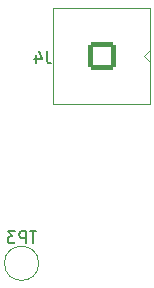
<source format=gbr>
%TF.GenerationSoftware,KiCad,Pcbnew,(6.0.7)*%
%TF.CreationDate,2023-04-27T13:47:55+08:00*%
%TF.ProjectId,Engineering 2023 UAV flight controller,456e6769-6e65-4657-9269-6e6720323032,1*%
%TF.SameCoordinates,Original*%
%TF.FileFunction,Legend,Bot*%
%TF.FilePolarity,Positive*%
%FSLAX46Y46*%
G04 Gerber Fmt 4.6, Leading zero omitted, Abs format (unit mm)*
G04 Created by KiCad (PCBNEW (6.0.7)) date 2023-04-27 13:47:55*
%MOMM*%
%LPD*%
G01*
G04 APERTURE LIST*
G04 Aperture macros list*
%AMRoundRect*
0 Rectangle with rounded corners*
0 $1 Rounding radius*
0 $2 $3 $4 $5 $6 $7 $8 $9 X,Y pos of 4 corners*
0 Add a 4 corners polygon primitive as box body*
4,1,4,$2,$3,$4,$5,$6,$7,$8,$9,$2,$3,0*
0 Add four circle primitives for the rounded corners*
1,1,$1+$1,$2,$3*
1,1,$1+$1,$4,$5*
1,1,$1+$1,$6,$7*
1,1,$1+$1,$8,$9*
0 Add four rect primitives between the rounded corners*
20,1,$1+$1,$2,$3,$4,$5,0*
20,1,$1+$1,$4,$5,$6,$7,0*
20,1,$1+$1,$6,$7,$8,$9,0*
20,1,$1+$1,$8,$9,$2,$3,0*%
G04 Aperture macros list end*
%ADD10C,0.150000*%
%ADD11C,0.120000*%
%ADD12R,1.700000X1.700000*%
%ADD13O,1.700000X1.700000*%
%ADD14R,1.100000X4.600000*%
%ADD15C,0.800000*%
%ADD16C,6.400000*%
%ADD17C,0.600000*%
%ADD18O,0.600000X0.850000*%
%ADD19O,2.300000X1.300000*%
%ADD20O,2.600000X1.300000*%
%ADD21C,0.900000*%
%ADD22RoundRect,0.200100X0.949900X0.949900X-0.949900X0.949900X-0.949900X-0.949900X0.949900X-0.949900X0*%
%ADD23C,2.500000*%
G04 APERTURE END LIST*
D10*
%TO.C,J4*%
X158533333Y-45852380D02*
X158533333Y-46566666D01*
X158580952Y-46709523D01*
X158676190Y-46804761D01*
X158819047Y-46852380D01*
X158914285Y-46852380D01*
X157628571Y-46185714D02*
X157628571Y-46852380D01*
X157866666Y-45804761D02*
X158104761Y-46519047D01*
X157485714Y-46519047D01*
%TO.C,TP3*%
X157661904Y-61104380D02*
X157090476Y-61104380D01*
X157376190Y-62104380D02*
X157376190Y-61104380D01*
X156757142Y-62104380D02*
X156757142Y-61104380D01*
X156376190Y-61104380D01*
X156280952Y-61152000D01*
X156233333Y-61199619D01*
X156185714Y-61294857D01*
X156185714Y-61437714D01*
X156233333Y-61532952D01*
X156280952Y-61580571D01*
X156376190Y-61628190D01*
X156757142Y-61628190D01*
X155852380Y-61104380D02*
X155233333Y-61104380D01*
X155566666Y-61485333D01*
X155423809Y-61485333D01*
X155328571Y-61532952D01*
X155280952Y-61580571D01*
X155233333Y-61675809D01*
X155233333Y-61913904D01*
X155280952Y-62009142D01*
X155328571Y-62056761D01*
X155423809Y-62104380D01*
X155709523Y-62104380D01*
X155804761Y-62056761D01*
X155852380Y-62009142D01*
D11*
%TO.C,J4*%
X166800000Y-46250000D02*
X167300000Y-45750000D01*
X167300000Y-42150000D02*
X167300000Y-50350000D01*
X159100000Y-42150000D02*
X159100000Y-50350000D01*
X167300000Y-42150000D02*
X159100000Y-42150000D01*
X167300000Y-46750000D02*
X166800000Y-46250000D01*
X167300000Y-50350000D02*
X159100000Y-50350000D01*
%TO.C,TP3*%
X157850000Y-63800000D02*
G75*
G03*
X157850000Y-63800000I-1450000J0D01*
G01*
%TD*%
%LPC*%
D12*
%TO.C,M3*%
X124200000Y-104650000D03*
D13*
X121660000Y-104650000D03*
X119120000Y-104650000D03*
%TD*%
D14*
%TO.C,IC1*%
X135200000Y-125400000D03*
%TD*%
D12*
%TO.C,J8*%
X137000000Y-75400000D03*
D13*
X137000000Y-77940000D03*
%TD*%
D12*
%TO.C,J6*%
X127000000Y-68175000D03*
D13*
X127000000Y-70715000D03*
X127000000Y-73255000D03*
X127000000Y-75795000D03*
X127000000Y-78335000D03*
X127000000Y-80875000D03*
X127000000Y-83415000D03*
X127000000Y-85955000D03*
X127000000Y-88495000D03*
X127000000Y-91035000D03*
%TD*%
D15*
%TO.C,H2*%
X195897056Y-46302944D03*
X194200000Y-50400000D03*
X195897056Y-49697056D03*
X192502944Y-46302944D03*
X192502944Y-49697056D03*
X194200000Y-45600000D03*
D16*
X194200000Y-48000000D03*
D15*
X191800000Y-48000000D03*
X196600000Y-48000000D03*
%TD*%
%TO.C,H1*%
X111097056Y-134302944D03*
X111800000Y-136000000D03*
X109400000Y-138400000D03*
X109400000Y-133600000D03*
X111097056Y-137697056D03*
D16*
X109400000Y-136000000D03*
D15*
X107702944Y-134302944D03*
X107000000Y-136000000D03*
X107702944Y-137697056D03*
%TD*%
D12*
%TO.C,J7*%
X119500000Y-68170000D03*
D13*
X119500000Y-70710000D03*
X119500000Y-73250000D03*
X119500000Y-75790000D03*
X119500000Y-78330000D03*
X119500000Y-80870000D03*
X119500000Y-83410000D03*
X119500000Y-85950000D03*
X119500000Y-88490000D03*
X119500000Y-91030000D03*
%TD*%
D15*
%TO.C,H4*%
X107702944Y-46302944D03*
X111097056Y-49697056D03*
X109400000Y-45600000D03*
D16*
X109400000Y-48000000D03*
D15*
X111800000Y-48000000D03*
X111097056Y-46302944D03*
X107000000Y-48000000D03*
X109400000Y-50400000D03*
X107702944Y-49697056D03*
%TD*%
D12*
%TO.C,M1*%
X124225000Y-97400000D03*
D13*
X121685000Y-97400000D03*
X119145000Y-97400000D03*
%TD*%
D12*
%TO.C,M4*%
X124200000Y-108400000D03*
D13*
X121660000Y-108400000D03*
X119120000Y-108400000D03*
%TD*%
D12*
%TO.C,J2*%
X180800000Y-120000000D03*
D13*
X183340000Y-120000000D03*
X185880000Y-120000000D03*
%TD*%
D12*
%TO.C,M2*%
X124225000Y-100900000D03*
D13*
X121685000Y-100900000D03*
X119145000Y-100900000D03*
%TD*%
D15*
%TO.C,H3*%
X195897056Y-137697056D03*
X192502944Y-134302944D03*
X195897056Y-134302944D03*
X194200000Y-133600000D03*
X196600000Y-136000000D03*
D16*
X194200000Y-136000000D03*
D15*
X191800000Y-136000000D03*
X192502944Y-137697056D03*
X194200000Y-138400000D03*
%TD*%
D12*
%TO.C,J9*%
X133200000Y-78000000D03*
D13*
X133200000Y-75460000D03*
%TD*%
D17*
%TO.C,J3*%
X182175000Y-113600000D03*
D18*
X182175000Y-107600000D03*
D19*
X181450000Y-114920000D03*
D20*
X185275000Y-114920000D03*
D19*
X181450000Y-106280000D03*
D20*
X185275000Y-106280000D03*
%TD*%
D12*
%TO.C,J5*%
X123250000Y-68170000D03*
D13*
X123250000Y-70710000D03*
X123250000Y-73250000D03*
X123250000Y-75790000D03*
X123250000Y-78330000D03*
X123250000Y-80870000D03*
X123250000Y-83410000D03*
X123250000Y-85950000D03*
X123250000Y-88490000D03*
X123250000Y-91030000D03*
%TD*%
D21*
%TO.C,SW1*%
X186200000Y-124600000D03*
X186200000Y-131400000D03*
%TD*%
D12*
%TO.C,J10*%
X152340000Y-46200000D03*
D13*
X149800000Y-46200000D03*
X147260000Y-46200000D03*
%TD*%
D22*
%TO.C,J4*%
X163200000Y-46250000D03*
D23*
X160660000Y-48790000D03*
X165740000Y-43710000D03*
X160660000Y-43710000D03*
X165740000Y-48790000D03*
%TD*%
%TO.C,TP3*%
X156400000Y-63800000D03*
%TD*%
M02*

</source>
